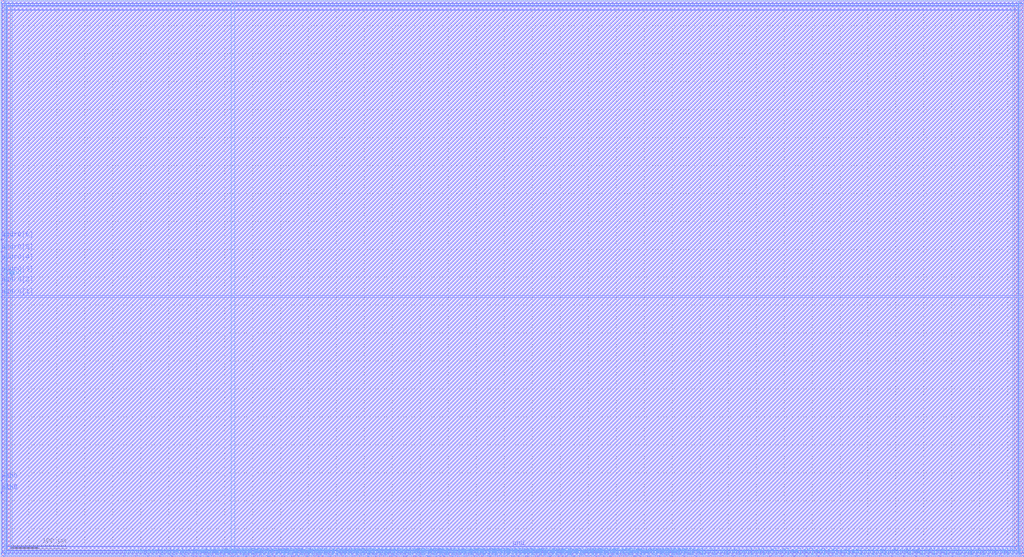
<source format=lef>
VERSION 5.4 ;
NAMESCASESENSITIVE ON ;
BUSBITCHARS "[]" ;
DIVIDERCHAR "/" ;
UNITS
  DATABASE MICRONS 2000 ;
END UNITS
MACRO sram_l1_dcache_way
   CLASS BLOCK ;
   SIZE 1829.0 BY 996.4 ;
   SYMMETRY X Y R90 ;
   PIN din0[0]
      DIRECTION INPUT ;
      PORT
         LAYER met4 ;
         RECT  414.8 0.0 416.0 1.2 ;
      END
   END din0[0]
   PIN din0[1]
      DIRECTION INPUT ;
      PORT
         LAYER met4 ;
         RECT  436.6 0.0 437.8 1.2 ;
      END
   END din0[1]
   PIN din0[2]
      DIRECTION INPUT ;
      PORT
         LAYER met4 ;
         RECT  458.4 0.0 459.6 1.2 ;
      END
   END din0[2]
   PIN din0[3]
      DIRECTION INPUT ;
      PORT
         LAYER met4 ;
         RECT  480.2 0.0 481.4 1.2 ;
      END
   END din0[3]
   PIN din0[4]
      DIRECTION INPUT ;
      PORT
         LAYER met4 ;
         RECT  502.0 0.0 503.2 1.2 ;
      END
   END din0[4]
   PIN din0[5]
      DIRECTION INPUT ;
      PORT
         LAYER met4 ;
         RECT  523.8 0.0 525.0 1.2 ;
      END
   END din0[5]
   PIN din0[6]
      DIRECTION INPUT ;
      PORT
         LAYER met4 ;
         RECT  545.6 0.0 546.8 1.2 ;
      END
   END din0[6]
   PIN din0[7]
      DIRECTION INPUT ;
      PORT
         LAYER met4 ;
         RECT  567.4 0.0 568.6 1.2 ;
      END
   END din0[7]
   PIN din0[8]
      DIRECTION INPUT ;
      PORT
         LAYER met4 ;
         RECT  589.2 0.0 590.4 1.2 ;
      END
   END din0[8]
   PIN din0[9]
      DIRECTION INPUT ;
      PORT
         LAYER met4 ;
         RECT  611.0 0.0 612.2 1.2 ;
      END
   END din0[9]
   PIN din0[10]
      DIRECTION INPUT ;
      PORT
         LAYER met4 ;
         RECT  632.8 0.0 634.0 1.2 ;
      END
   END din0[10]
   PIN din0[11]
      DIRECTION INPUT ;
      PORT
         LAYER met4 ;
         RECT  654.6 0.0 655.8 1.2 ;
      END
   END din0[11]
   PIN din0[12]
      DIRECTION INPUT ;
      PORT
         LAYER met4 ;
         RECT  676.4 0.0 677.6 1.2 ;
      END
   END din0[12]
   PIN din0[13]
      DIRECTION INPUT ;
      PORT
         LAYER met4 ;
         RECT  698.2 0.0 699.4 1.2 ;
      END
   END din0[13]
   PIN din0[14]
      DIRECTION INPUT ;
      PORT
         LAYER met4 ;
         RECT  720.0 0.0 721.2 1.2 ;
      END
   END din0[14]
   PIN din0[15]
      DIRECTION INPUT ;
      PORT
         LAYER met4 ;
         RECT  741.8 0.0 743.0 1.2 ;
      END
   END din0[15]
   PIN din0[16]
      DIRECTION INPUT ;
      PORT
         LAYER met4 ;
         RECT  763.6 0.0 764.8 1.2 ;
      END
   END din0[16]
   PIN din0[17]
      DIRECTION INPUT ;
      PORT
         LAYER met4 ;
         RECT  785.4 0.0 786.6 1.2 ;
      END
   END din0[17]
   PIN din0[18]
      DIRECTION INPUT ;
      PORT
         LAYER met4 ;
         RECT  807.2 0.0 808.4 1.2 ;
      END
   END din0[18]
   PIN din0[19]
      DIRECTION INPUT ;
      PORT
         LAYER met4 ;
         RECT  829.0 0.0 830.2 1.2 ;
      END
   END din0[19]
   PIN din0[20]
      DIRECTION INPUT ;
      PORT
         LAYER met4 ;
         RECT  850.8 0.0 852.0 1.2 ;
      END
   END din0[20]
   PIN din0[21]
      DIRECTION INPUT ;
      PORT
         LAYER met4 ;
         RECT  872.6 0.0 873.8 1.2 ;
      END
   END din0[21]
   PIN din0[22]
      DIRECTION INPUT ;
      PORT
         LAYER met4 ;
         RECT  894.4 0.0 895.6 1.2 ;
      END
   END din0[22]
   PIN din0[23]
      DIRECTION INPUT ;
      PORT
         LAYER met4 ;
         RECT  916.2 0.0 917.4 1.2 ;
      END
   END din0[23]
   PIN din0[24]
      DIRECTION INPUT ;
      PORT
         LAYER met4 ;
         RECT  938.0 0.0 939.2 1.2 ;
      END
   END din0[24]
   PIN din0[25]
      DIRECTION INPUT ;
      PORT
         LAYER met4 ;
         RECT  959.8 0.0 961.0 1.2 ;
      END
   END din0[25]
   PIN din0[26]
      DIRECTION INPUT ;
      PORT
         LAYER met4 ;
         RECT  981.6 0.0 982.8 1.2 ;
      END
   END din0[26]
   PIN din0[27]
      DIRECTION INPUT ;
      PORT
         LAYER met4 ;
         RECT  1003.4 0.0 1004.6 1.2 ;
      END
   END din0[27]
   PIN din0[28]
      DIRECTION INPUT ;
      PORT
         LAYER met4 ;
         RECT  1025.2 0.0 1026.4 1.2 ;
      END
   END din0[28]
   PIN din0[29]
      DIRECTION INPUT ;
      PORT
         LAYER met4 ;
         RECT  1047.0 0.0 1048.2 1.2 ;
      END
   END din0[29]
   PIN din0[30]
      DIRECTION INPUT ;
      PORT
         LAYER met4 ;
         RECT  1068.8 0.0 1070.0 1.2 ;
      END
   END din0[30]
   PIN din0[31]
      DIRECTION INPUT ;
      PORT
         LAYER met4 ;
         RECT  1090.6 0.0 1091.8 1.2 ;
      END
   END din0[31]
   PIN din0[32]
      DIRECTION INPUT ;
      PORT
         LAYER met4 ;
         RECT  1112.4 0.0 1113.6 1.2 ;
      END
   END din0[32]
   PIN din0[33]
      DIRECTION INPUT ;
      PORT
         LAYER met4 ;
         RECT  1134.2 0.0 1135.4 1.2 ;
      END
   END din0[33]
   PIN din0[34]
      DIRECTION INPUT ;
      PORT
         LAYER met4 ;
         RECT  1156.0 0.0 1157.2 1.2 ;
      END
   END din0[34]
   PIN din0[35]
      DIRECTION INPUT ;
      PORT
         LAYER met4 ;
         RECT  1177.8 0.0 1179.0 1.2 ;
      END
   END din0[35]
   PIN din0[36]
      DIRECTION INPUT ;
      PORT
         LAYER met4 ;
         RECT  1199.6 0.0 1200.8 1.2 ;
      END
   END din0[36]
   PIN din0[37]
      DIRECTION INPUT ;
      PORT
         LAYER met4 ;
         RECT  1221.4 0.0 1222.6 1.2 ;
      END
   END din0[37]
   PIN din0[38]
      DIRECTION INPUT ;
      PORT
         LAYER met4 ;
         RECT  1243.2 0.0 1244.4 1.2 ;
      END
   END din0[38]
   PIN din0[39]
      DIRECTION INPUT ;
      PORT
         LAYER met4 ;
         RECT  1265.0 0.0 1266.2 1.2 ;
      END
   END din0[39]
   PIN din0[40]
      DIRECTION INPUT ;
      PORT
         LAYER met4 ;
         RECT  1286.8 0.0 1288.0 1.2 ;
      END
   END din0[40]
   PIN din0[41]
      DIRECTION INPUT ;
      PORT
         LAYER met4 ;
         RECT  1308.6 0.0 1309.8 1.2 ;
      END
   END din0[41]
   PIN din0[42]
      DIRECTION INPUT ;
      PORT
         LAYER met4 ;
         RECT  1330.4 0.0 1331.6 1.2 ;
      END
   END din0[42]
   PIN din0[43]
      DIRECTION INPUT ;
      PORT
         LAYER met4 ;
         RECT  1352.2 0.0 1353.4 1.2 ;
      END
   END din0[43]
   PIN din0[44]
      DIRECTION INPUT ;
      PORT
         LAYER met4 ;
         RECT  1374.0 0.0 1375.2 1.2 ;
      END
   END din0[44]
   PIN din0[45]
      DIRECTION INPUT ;
      PORT
         LAYER met4 ;
         RECT  1395.8 0.0 1397.0 1.2 ;
      END
   END din0[45]
   PIN din0[46]
      DIRECTION INPUT ;
      PORT
         LAYER met4 ;
         RECT  1417.6 0.0 1418.8 1.2 ;
      END
   END din0[46]
   PIN din0[47]
      DIRECTION INPUT ;
      PORT
         LAYER met4 ;
         RECT  1439.4 0.0 1440.6 1.2 ;
      END
   END din0[47]
   PIN din0[48]
      DIRECTION INPUT ;
      PORT
         LAYER met4 ;
         RECT  1461.2 0.0 1462.4 1.2 ;
      END
   END din0[48]
   PIN din0[49]
      DIRECTION INPUT ;
      PORT
         LAYER met4 ;
         RECT  1483.0 0.0 1484.2 1.2 ;
      END
   END din0[49]
   PIN din0[50]
      DIRECTION INPUT ;
      PORT
         LAYER met4 ;
         RECT  1504.8 0.0 1506.0 1.2 ;
      END
   END din0[50]
   PIN din0[51]
      DIRECTION INPUT ;
      PORT
         LAYER met4 ;
         RECT  1526.6 0.0 1527.8 1.2 ;
      END
   END din0[51]
   PIN din0[52]
      DIRECTION INPUT ;
      PORT
         LAYER met4 ;
         RECT  1548.4 0.0 1549.6 1.2 ;
      END
   END din0[52]
   PIN din0[53]
      DIRECTION INPUT ;
      PORT
         LAYER met4 ;
         RECT  1570.2 0.0 1571.4 1.2 ;
      END
   END din0[53]
   PIN din0[54]
      DIRECTION INPUT ;
      PORT
         LAYER met4 ;
         RECT  1592.0 0.0 1593.2 1.2 ;
      END
   END din0[54]
   PIN din0[55]
      DIRECTION INPUT ;
      PORT
         LAYER met4 ;
         RECT  1613.8 0.0 1615.0 1.2 ;
      END
   END din0[55]
   PIN din0[56]
      DIRECTION INPUT ;
      PORT
         LAYER met4 ;
         RECT  1635.6 0.0 1636.8 1.2 ;
      END
   END din0[56]
   PIN din0[57]
      DIRECTION INPUT ;
      PORT
         LAYER met4 ;
         RECT  1657.4 0.0 1658.6 1.2 ;
      END
   END din0[57]
   PIN din0[58]
      DIRECTION INPUT ;
      PORT
         LAYER met4 ;
         RECT  1679.2 0.0 1680.4 1.2 ;
      END
   END din0[58]
   PIN din0[59]
      DIRECTION INPUT ;
      PORT
         LAYER met4 ;
         RECT  1701.0 0.0 1702.2 1.2 ;
      END
   END din0[59]
   PIN din0[60]
      DIRECTION INPUT ;
      PORT
         LAYER met4 ;
         RECT  1722.8 0.0 1724.0 1.2 ;
      END
   END din0[60]
   PIN din0[61]
      DIRECTION INPUT ;
      PORT
         LAYER met4 ;
         RECT  1744.6 0.0 1745.8 1.2 ;
      END
   END din0[61]
   PIN din0[62]
      DIRECTION INPUT ;
      PORT
         LAYER met4 ;
         RECT  1766.4 0.0 1767.6 1.2 ;
      END
   END din0[62]
   PIN din0[63]
      DIRECTION INPUT ;
      PORT
         LAYER met4 ;
         RECT  1788.2 0.0 1789.4 1.2 ;
      END
   END din0[63]
   PIN addr0[0]
      DIRECTION INPUT ;
      PORT
         LAYER met4 ;
         RECT  218.6 0.0 219.8 1.2 ;
      END
   END addr0[0]
   PIN addr0[1]
      DIRECTION INPUT ;
      PORT
         LAYER met3 ;
         RECT  0.0 464.8 1.2 466.0 ;
      END
   END addr0[1]
   PIN addr0[2]
      DIRECTION INPUT ;
      PORT
         LAYER met3 ;
         RECT  0.0 486.8 1.2 488.0 ;
      END
   END addr0[2]
   PIN addr0[3]
      DIRECTION INPUT ;
      PORT
         LAYER met3 ;
         RECT  0.0 504.8 1.2 506.0 ;
      END
   END addr0[3]
   PIN addr0[4]
      DIRECTION INPUT ;
      PORT
         LAYER met3 ;
         RECT  0.0 526.8 1.2 528.0 ;
      END
   END addr0[4]
   PIN addr0[5]
      DIRECTION INPUT ;
      PORT
         LAYER met3 ;
         RECT  0.0 544.8 1.2 546.0 ;
      END
   END addr0[5]
   PIN addr0[6]
      DIRECTION INPUT ;
      PORT
         LAYER met3 ;
         RECT  0.0 566.8 1.2 568.0 ;
      END
   END addr0[6]
   PIN csb0
      DIRECTION INPUT ;
      PORT
         LAYER met3 ;
         RECT  0.0 113.4 1.2 114.6 ;
      END
   END csb0
   PIN web0
      DIRECTION INPUT ;
      PORT
         LAYER met3 ;
         RECT  0.0 135.4 1.2 136.6 ;
      END
   END web0
   PIN clk0
      DIRECTION INPUT ;
      PORT
         LAYER met3 ;
         RECT  0.0 115.4 1.2 116.6 ;
      END
   END clk0
   PIN wmask0[0]
      DIRECTION INPUT ;
      PORT
         LAYER met4 ;
         RECT  240.4 0.0 241.6 1.2 ;
      END
   END wmask0[0]
   PIN wmask0[1]
      DIRECTION INPUT ;
      PORT
         LAYER met4 ;
         RECT  262.2 0.0 263.4 1.2 ;
      END
   END wmask0[1]
   PIN wmask0[2]
      DIRECTION INPUT ;
      PORT
         LAYER met4 ;
         RECT  284.0 0.0 285.2 1.2 ;
      END
   END wmask0[2]
   PIN wmask0[3]
      DIRECTION INPUT ;
      PORT
         LAYER met4 ;
         RECT  305.8 0.0 307.0 1.2 ;
      END
   END wmask0[3]
   PIN wmask0[4]
      DIRECTION INPUT ;
      PORT
         LAYER met4 ;
         RECT  327.6 0.0 328.8 1.2 ;
      END
   END wmask0[4]
   PIN wmask0[5]
      DIRECTION INPUT ;
      PORT
         LAYER met4 ;
         RECT  349.4 0.0 350.6 1.2 ;
      END
   END wmask0[5]
   PIN wmask0[6]
      DIRECTION INPUT ;
      PORT
         LAYER met4 ;
         RECT  371.2 0.0 372.4 1.2 ;
      END
   END wmask0[6]
   PIN wmask0[7]
      DIRECTION INPUT ;
      PORT
         LAYER met4 ;
         RECT  393.0 0.0 394.2 1.2 ;
      END
   END wmask0[7]
   PIN dout0[0]
      DIRECTION OUTPUT ;
      PORT
         LAYER met4 ;
         RECT  343.5 0.0 344.7 1.2 ;
      END
   END dout0[0]
   PIN dout0[1]
      DIRECTION OUTPUT ;
      PORT
         LAYER met4 ;
         RECT  356.9 0.0 358.1 1.2 ;
      END
   END dout0[1]
   PIN dout0[2]
      DIRECTION OUTPUT ;
      PORT
         LAYER met4 ;
         RECT  368.6 0.0 369.8 1.2 ;
      END
   END dout0[2]
   PIN dout0[3]
      DIRECTION OUTPUT ;
      PORT
         LAYER met4 ;
         RECT  379.8 0.0 381.0 1.2 ;
      END
   END dout0[3]
   PIN dout0[4]
      DIRECTION OUTPUT ;
      PORT
         LAYER met4 ;
         RECT  397.7 0.0 398.9 1.2 ;
      END
   END dout0[4]
   PIN dout0[5]
      DIRECTION OUTPUT ;
      PORT
         LAYER met4 ;
         RECT  411.3 0.0 412.5 1.2 ;
      END
   END dout0[5]
   PIN dout0[6]
      DIRECTION OUTPUT ;
      PORT
         LAYER met4 ;
         RECT  423.1 0.0 424.3 1.2 ;
      END
   END dout0[6]
   PIN dout0[7]
      DIRECTION OUTPUT ;
      PORT
         LAYER met4 ;
         RECT  439.2 0.0 440.4 1.2 ;
      END
   END dout0[7]
   PIN dout0[8]
      DIRECTION OUTPUT ;
      PORT
         LAYER met4 ;
         RECT  452.3 0.0 453.5 1.2 ;
      END
   END dout0[8]
   PIN dout0[9]
      DIRECTION OUTPUT ;
      PORT
         LAYER met4 ;
         RECT  465.7 0.0 466.9 1.2 ;
      END
   END dout0[9]
   PIN dout0[10]
      DIRECTION OUTPUT ;
      PORT
         LAYER met4 ;
         RECT  477.5 0.0 478.7 1.2 ;
      END
   END dout0[10]
   PIN dout0[11]
      DIRECTION OUTPUT ;
      PORT
         LAYER met4 ;
         RECT  488.8 0.0 490.0 1.2 ;
      END
   END dout0[11]
   PIN dout0[12]
      DIRECTION OUTPUT ;
      PORT
         LAYER met4 ;
         RECT  506.5 0.0 507.7 1.2 ;
      END
   END dout0[12]
   PIN dout0[13]
      DIRECTION OUTPUT ;
      PORT
         LAYER met4 ;
         RECT  520.1 0.0 521.3 1.2 ;
      END
   END dout0[13]
   PIN dout0[14]
      DIRECTION OUTPUT ;
      PORT
         LAYER met4 ;
         RECT  531.9 0.0 533.1 1.2 ;
      END
   END dout0[14]
   PIN dout0[15]
      DIRECTION OUTPUT ;
      PORT
         LAYER met4 ;
         RECT  548.2 0.0 549.4 1.2 ;
      END
   END dout0[15]
   PIN dout0[16]
      DIRECTION OUTPUT ;
      PORT
         LAYER met4 ;
         RECT  561.1 0.0 562.3 1.2 ;
      END
   END dout0[16]
   PIN dout0[17]
      DIRECTION OUTPUT ;
      PORT
         LAYER met4 ;
         RECT  574.5 0.0 575.7 1.2 ;
      END
   END dout0[17]
   PIN dout0[18]
      DIRECTION OUTPUT ;
      PORT
         LAYER met4 ;
         RECT  586.3 0.0 587.5 1.2 ;
      END
   END dout0[18]
   PIN dout0[19]
      DIRECTION OUTPUT ;
      PORT
         LAYER met4 ;
         RECT  597.8 0.0 599.0 1.2 ;
      END
   END dout0[19]
   PIN dout0[20]
      DIRECTION OUTPUT ;
      PORT
         LAYER met4 ;
         RECT  615.3 0.0 616.5 1.2 ;
      END
   END dout0[20]
   PIN dout0[21]
      DIRECTION OUTPUT ;
      PORT
         LAYER met4 ;
         RECT  628.9 0.0 630.1 1.2 ;
      END
   END dout0[21]
   PIN dout0[22]
      DIRECTION OUTPUT ;
      PORT
         LAYER met4 ;
         RECT  640.7 0.0 641.9 1.2 ;
      END
   END dout0[22]
   PIN dout0[23]
      DIRECTION OUTPUT ;
      PORT
         LAYER met4 ;
         RECT  657.2 0.0 658.4 1.2 ;
      END
   END dout0[23]
   PIN dout0[24]
      DIRECTION OUTPUT ;
      PORT
         LAYER met4 ;
         RECT  669.9 0.0 671.1 1.2 ;
      END
   END dout0[24]
   PIN dout0[25]
      DIRECTION OUTPUT ;
      PORT
         LAYER met4 ;
         RECT  683.3 0.0 684.5 1.2 ;
      END
   END dout0[25]
   PIN dout0[26]
      DIRECTION OUTPUT ;
      PORT
         LAYER met4 ;
         RECT  695.1 0.0 696.3 1.2 ;
      END
   END dout0[26]
   PIN dout0[27]
      DIRECTION OUTPUT ;
      PORT
         LAYER met4 ;
         RECT  706.8 0.0 708.0 1.2 ;
      END
   END dout0[27]
   PIN dout0[28]
      DIRECTION OUTPUT ;
      PORT
         LAYER met4 ;
         RECT  724.1 0.0 725.3 1.2 ;
      END
   END dout0[28]
   PIN dout0[29]
      DIRECTION OUTPUT ;
      PORT
         LAYER met4 ;
         RECT  737.7 0.0 738.9 1.2 ;
      END
   END dout0[29]
   PIN dout0[30]
      DIRECTION OUTPUT ;
      PORT
         LAYER met4 ;
         RECT  749.5 0.0 750.7 1.2 ;
      END
   END dout0[30]
   PIN dout0[31]
      DIRECTION OUTPUT ;
      PORT
         LAYER met4 ;
         RECT  766.2 0.0 767.4 1.2 ;
      END
   END dout0[31]
   PIN dout0[32]
      DIRECTION OUTPUT ;
      PORT
         LAYER met4 ;
         RECT  778.7 0.0 779.9 1.2 ;
      END
   END dout0[32]
   PIN dout0[33]
      DIRECTION OUTPUT ;
      PORT
         LAYER met4 ;
         RECT  792.1 0.0 793.3 1.2 ;
      END
   END dout0[33]
   PIN dout0[34]
      DIRECTION OUTPUT ;
      PORT
         LAYER met4 ;
         RECT  803.9 0.0 805.1 1.2 ;
      END
   END dout0[34]
   PIN dout0[35]
      DIRECTION OUTPUT ;
      PORT
         LAYER met4 ;
         RECT  815.8 0.0 817.0 1.2 ;
      END
   END dout0[35]
   PIN dout0[36]
      DIRECTION OUTPUT ;
      PORT
         LAYER met4 ;
         RECT  832.9 0.0 834.1 1.2 ;
      END
   END dout0[36]
   PIN dout0[37]
      DIRECTION OUTPUT ;
      PORT
         LAYER met4 ;
         RECT  846.5 0.0 847.7 1.2 ;
      END
   END dout0[37]
   PIN dout0[38]
      DIRECTION OUTPUT ;
      PORT
         LAYER met4 ;
         RECT  859.4 0.0 860.6 1.2 ;
      END
   END dout0[38]
   PIN dout0[39]
      DIRECTION OUTPUT ;
      PORT
         LAYER met4 ;
         RECT  875.2 0.0 876.4 1.2 ;
      END
   END dout0[39]
   PIN dout0[40]
      DIRECTION OUTPUT ;
      PORT
         LAYER met4 ;
         RECT  887.5 0.0 888.7 1.2 ;
      END
   END dout0[40]
   PIN dout0[41]
      DIRECTION OUTPUT ;
      PORT
         LAYER met4 ;
         RECT  900.9 0.0 902.1 1.2 ;
      END
   END dout0[41]
   PIN dout0[42]
      DIRECTION OUTPUT ;
      PORT
         LAYER met4 ;
         RECT  912.7 0.0 913.9 1.2 ;
      END
   END dout0[42]
   PIN dout0[43]
      DIRECTION OUTPUT ;
      PORT
         LAYER met4 ;
         RECT  924.8 0.0 926.0 1.2 ;
      END
   END dout0[43]
   PIN dout0[44]
      DIRECTION OUTPUT ;
      PORT
         LAYER met4 ;
         RECT  941.7 0.0 942.9 1.2 ;
      END
   END dout0[44]
   PIN dout0[45]
      DIRECTION OUTPUT ;
      PORT
         LAYER met4 ;
         RECT  955.3 0.0 956.5 1.2 ;
      END
   END dout0[45]
   PIN dout0[46]
      DIRECTION OUTPUT ;
      PORT
         LAYER met4 ;
         RECT  968.4 0.0 969.6 1.2 ;
      END
   END dout0[46]
   PIN dout0[47]
      DIRECTION OUTPUT ;
      PORT
         LAYER met4 ;
         RECT  979.0 0.0 980.2 1.2 ;
      END
   END dout0[47]
   PIN dout0[48]
      DIRECTION OUTPUT ;
      PORT
         LAYER met4 ;
         RECT  996.3 0.0 997.5 1.2 ;
      END
   END dout0[48]
   PIN dout0[49]
      DIRECTION OUTPUT ;
      PORT
         LAYER met4 ;
         RECT  1009.7 0.0 1010.9 1.2 ;
      END
   END dout0[49]
   PIN dout0[50]
      DIRECTION OUTPUT ;
      PORT
         LAYER met4 ;
         RECT  1022.6 0.0 1023.8 1.2 ;
      END
   END dout0[50]
   PIN dout0[51]
      DIRECTION OUTPUT ;
      PORT
         LAYER met4 ;
         RECT  1033.8 0.0 1035.0 1.2 ;
      END
   END dout0[51]
   PIN dout0[52]
      DIRECTION OUTPUT ;
      PORT
         LAYER met4 ;
         RECT  1050.5 0.0 1051.7 1.2 ;
      END
   END dout0[52]
   PIN dout0[53]
      DIRECTION OUTPUT ;
      PORT
         LAYER met4 ;
         RECT  1064.1 0.0 1065.3 1.2 ;
      END
   END dout0[53]
   PIN dout0[54]
      DIRECTION OUTPUT ;
      PORT
         LAYER met4 ;
         RECT  1077.4 0.0 1078.6 1.2 ;
      END
   END dout0[54]
   PIN dout0[55]
      DIRECTION OUTPUT ;
      PORT
         LAYER met4 ;
         RECT  1088.0 0.0 1089.2 1.2 ;
      END
   END dout0[55]
   PIN dout0[56]
      DIRECTION OUTPUT ;
      PORT
         LAYER met4 ;
         RECT  1105.1 0.0 1106.3 1.2 ;
      END
   END dout0[56]
   PIN dout0[57]
      DIRECTION OUTPUT ;
      PORT
         LAYER met4 ;
         RECT  1118.5 0.0 1119.7 1.2 ;
      END
   END dout0[57]
   PIN dout0[58]
      DIRECTION OUTPUT ;
      PORT
         LAYER met4 ;
         RECT  1131.6 0.0 1132.8 1.2 ;
      END
   END dout0[58]
   PIN dout0[59]
      DIRECTION OUTPUT ;
      PORT
         LAYER met4 ;
         RECT  1142.8 0.0 1144.0 1.2 ;
      END
   END dout0[59]
   PIN dout0[60]
      DIRECTION OUTPUT ;
      PORT
         LAYER met4 ;
         RECT  1159.3 0.0 1160.5 1.2 ;
      END
   END dout0[60]
   PIN dout0[61]
      DIRECTION OUTPUT ;
      PORT
         LAYER met4 ;
         RECT  1172.9 0.0 1174.1 1.2 ;
      END
   END dout0[61]
   PIN dout0[62]
      DIRECTION OUTPUT ;
      PORT
         LAYER met4 ;
         RECT  1186.4 0.0 1187.6 1.2 ;
      END
   END dout0[62]
   PIN dout0[63]
      DIRECTION OUTPUT ;
      PORT
         LAYER met4 ;
         RECT  1197.0 0.0 1198.2 1.2 ;
      END
   END dout0[63]
   PIN vdd
      DIRECTION INOUT ;
      USE POWER ; 
      SHAPE ABUTMENT ; 
      PORT
         LAYER met3 ;
         RECT  0.0 0.0 1829.0 6.0 ;
         LAYER met4 ;
         RECT  1823.0 0.0 1829.0 996.4 ;
         LAYER met4 ;
         RECT  0.0 0.0 6.0 996.4 ;
         LAYER met3 ;
         RECT  0.0 990.4 1829.0 996.4 ;
      END
   END vdd
   PIN gnd
      DIRECTION INOUT ;
      USE GROUND ; 
      SHAPE ABUTMENT ; 
      PORT
         LAYER met3 ;
         RECT  12.0 978.4 1817.0 984.4 ;
         LAYER met3 ;
         RECT  12.0 12.0 1817.0 18.0 ;
         LAYER met4 ;
         RECT  1811.0 12.0 1817.0 984.4 ;
         LAYER met4 ;
         RECT  12.0 12.0 18.0 984.4 ;
      END
   END gnd
   OBS
   LAYER  met1 ;
      RECT  1.4 1.4 1827.6 995.0 ;
   LAYER  met2 ;
      RECT  1.4 1.4 1827.6 995.0 ;
   LAYER  met3 ;
      RECT  2.4 463.6 1827.6 467.2 ;
      RECT  1.4 467.2 2.4 485.6 ;
      RECT  1.4 489.2 2.4 503.6 ;
      RECT  1.4 507.2 2.4 525.6 ;
      RECT  1.4 529.2 2.4 543.6 ;
      RECT  1.4 547.2 2.4 565.6 ;
      RECT  1.4 137.8 2.4 463.6 ;
      RECT  1.4 117.8 2.4 134.2 ;
      RECT  1.4 7.2 2.4 112.2 ;
      RECT  1.4 569.2 2.4 989.2 ;
      RECT  2.4 467.2 10.8 977.2 ;
      RECT  2.4 977.2 10.8 985.6 ;
      RECT  2.4 985.6 10.8 989.2 ;
      RECT  10.8 467.2 1818.2 977.2 ;
      RECT  10.8 985.6 1818.2 989.2 ;
      RECT  1818.2 467.2 1827.6 977.2 ;
      RECT  1818.2 977.2 1827.6 985.6 ;
      RECT  1818.2 985.6 1827.6 989.2 ;
      RECT  2.4 7.2 10.8 10.8 ;
      RECT  2.4 10.8 10.8 19.2 ;
      RECT  2.4 19.2 10.8 463.6 ;
      RECT  10.8 7.2 1818.2 10.8 ;
      RECT  10.8 19.2 1818.2 463.6 ;
      RECT  1818.2 7.2 1827.6 10.8 ;
      RECT  1818.2 10.8 1827.6 19.2 ;
      RECT  1818.2 19.2 1827.6 463.6 ;
   LAYER  met4 ;
      RECT  412.4 3.6 418.4 995.0 ;
      RECT  1203.2 1.4 1219.0 3.6 ;
      RECT  1225.0 1.4 1240.8 3.6 ;
      RECT  1246.8 1.4 1262.6 3.6 ;
      RECT  1268.6 1.4 1284.4 3.6 ;
      RECT  1290.4 1.4 1306.2 3.6 ;
      RECT  1312.2 1.4 1328.0 3.6 ;
      RECT  1334.0 1.4 1349.8 3.6 ;
      RECT  1355.8 1.4 1371.6 3.6 ;
      RECT  1377.6 1.4 1393.4 3.6 ;
      RECT  1399.4 1.4 1415.2 3.6 ;
      RECT  1421.2 1.4 1437.0 3.6 ;
      RECT  1443.0 1.4 1458.8 3.6 ;
      RECT  1464.8 1.4 1480.6 3.6 ;
      RECT  1486.6 1.4 1502.4 3.6 ;
      RECT  1508.4 1.4 1524.2 3.6 ;
      RECT  1530.2 1.4 1546.0 3.6 ;
      RECT  1552.0 1.4 1567.8 3.6 ;
      RECT  1573.8 1.4 1589.6 3.6 ;
      RECT  1595.6 1.4 1611.4 3.6 ;
      RECT  1617.4 1.4 1633.2 3.6 ;
      RECT  1639.2 1.4 1655.0 3.6 ;
      RECT  1661.0 1.4 1676.8 3.6 ;
      RECT  1682.8 1.4 1698.6 3.6 ;
      RECT  1704.6 1.4 1720.4 3.6 ;
      RECT  1726.4 1.4 1742.2 3.6 ;
      RECT  1748.2 1.4 1764.0 3.6 ;
      RECT  1770.0 1.4 1785.8 3.6 ;
      RECT  222.2 1.4 238.0 3.6 ;
      RECT  244.0 1.4 259.8 3.6 ;
      RECT  265.8 1.4 281.6 3.6 ;
      RECT  287.6 1.4 303.4 3.6 ;
      RECT  309.4 1.4 325.2 3.6 ;
      RECT  331.2 1.4 341.1 3.6 ;
      RECT  353.0 1.4 354.5 3.6 ;
      RECT  360.5 1.4 366.2 3.6 ;
      RECT  374.8 1.4 377.4 3.6 ;
      RECT  383.4 1.4 390.6 3.6 ;
      RECT  401.3 1.4 408.9 3.6 ;
      RECT  418.4 1.4 420.7 3.6 ;
      RECT  426.7 1.4 434.2 3.6 ;
      RECT  442.8 1.4 449.9 3.6 ;
      RECT  455.9 1.4 456.0 3.6 ;
      RECT  462.0 1.4 463.3 3.6 ;
      RECT  469.3 1.4 475.1 3.6 ;
      RECT  483.8 1.4 486.4 3.6 ;
      RECT  492.4 1.4 499.6 3.6 ;
      RECT  510.1 1.4 517.7 3.6 ;
      RECT  527.4 1.4 529.5 3.6 ;
      RECT  535.5 1.4 543.2 3.6 ;
      RECT  551.8 1.4 558.7 3.6 ;
      RECT  564.7 1.4 565.0 3.6 ;
      RECT  571.0 1.4 572.1 3.6 ;
      RECT  578.1 1.4 583.9 3.6 ;
      RECT  592.8 1.4 595.4 3.6 ;
      RECT  601.4 1.4 608.6 3.6 ;
      RECT  618.9 1.4 626.5 3.6 ;
      RECT  636.4 1.4 638.3 3.6 ;
      RECT  644.3 1.4 652.2 3.6 ;
      RECT  660.8 1.4 667.5 3.6 ;
      RECT  673.5 1.4 674.0 3.6 ;
      RECT  680.0 1.4 680.9 3.6 ;
      RECT  686.9 1.4 692.7 3.6 ;
      RECT  701.8 1.4 704.4 3.6 ;
      RECT  710.4 1.4 717.6 3.6 ;
      RECT  727.7 1.4 735.3 3.6 ;
      RECT  745.4 1.4 747.1 3.6 ;
      RECT  753.1 1.4 761.2 3.6 ;
      RECT  769.8 1.4 776.3 3.6 ;
      RECT  782.3 1.4 783.0 3.6 ;
      RECT  789.0 1.4 789.7 3.6 ;
      RECT  795.7 1.4 801.5 3.6 ;
      RECT  810.8 1.4 813.4 3.6 ;
      RECT  819.4 1.4 826.6 3.6 ;
      RECT  836.5 1.4 844.1 3.6 ;
      RECT  854.4 1.4 857.0 3.6 ;
      RECT  863.0 1.4 870.2 3.6 ;
      RECT  878.8 1.4 885.1 3.6 ;
      RECT  891.1 1.4 892.0 3.6 ;
      RECT  898.0 1.4 898.5 3.6 ;
      RECT  904.5 1.4 910.3 3.6 ;
      RECT  919.8 1.4 922.4 3.6 ;
      RECT  928.4 1.4 935.6 3.6 ;
      RECT  945.3 1.4 952.9 3.6 ;
      RECT  963.4 1.4 966.0 3.6 ;
      RECT  972.0 1.4 976.6 3.6 ;
      RECT  985.2 1.4 993.9 3.6 ;
      RECT  999.9 1.4 1001.0 3.6 ;
      RECT  1007.0 1.4 1007.3 3.6 ;
      RECT  1013.3 1.4 1020.2 3.6 ;
      RECT  1028.8 1.4 1031.4 3.6 ;
      RECT  1037.4 1.4 1044.6 3.6 ;
      RECT  1054.1 1.4 1061.7 3.6 ;
      RECT  1072.4 1.4 1075.0 3.6 ;
      RECT  1081.0 1.4 1085.6 3.6 ;
      RECT  1094.2 1.4 1102.7 3.6 ;
      RECT  1108.7 1.4 1110.0 3.6 ;
      RECT  1116.0 1.4 1116.1 3.6 ;
      RECT  1122.1 1.4 1129.2 3.6 ;
      RECT  1137.8 1.4 1140.4 3.6 ;
      RECT  1146.4 1.4 1153.6 3.6 ;
      RECT  1162.9 1.4 1170.5 3.6 ;
      RECT  1181.4 1.4 1184.0 3.6 ;
      RECT  1190.0 1.4 1194.6 3.6 ;
      RECT  1791.8 1.4 1820.6 3.6 ;
      RECT  8.4 1.4 216.2 3.6 ;
      RECT  418.4 3.6 1808.6 9.6 ;
      RECT  418.4 9.6 1808.6 986.8 ;
      RECT  418.4 986.8 1808.6 995.0 ;
      RECT  1808.6 3.6 1819.4 9.6 ;
      RECT  1808.6 986.8 1819.4 995.0 ;
      RECT  1819.4 3.6 1820.6 9.6 ;
      RECT  1819.4 9.6 1820.6 986.8 ;
      RECT  1819.4 986.8 1820.6 995.0 ;
      RECT  8.4 3.6 9.6 9.6 ;
      RECT  8.4 9.6 9.6 986.8 ;
      RECT  8.4 986.8 9.6 995.0 ;
      RECT  9.6 3.6 20.4 9.6 ;
      RECT  9.6 986.8 20.4 995.0 ;
      RECT  20.4 3.6 412.4 9.6 ;
      RECT  20.4 9.6 412.4 986.8 ;
      RECT  20.4 986.8 412.4 995.0 ;
   END
END    sram_l1_dcache_way
END    LIBRARY

</source>
